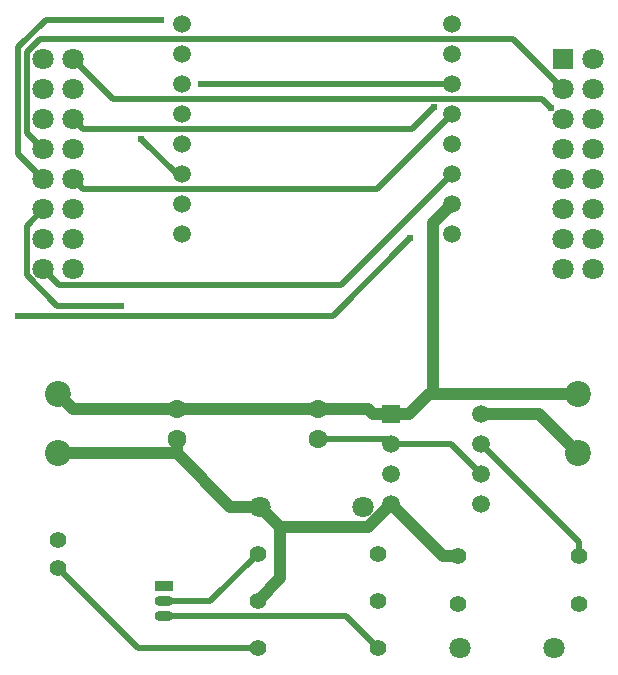
<source format=gbl>
G04 Layer: BottomLayer*
G04 EasyEDA v6.5.23, 2023-06-23 23:10:11*
G04 1e2d741d03b145c09d046448db4ed045,57889503967a4714bf52c07adae62c9a,10*
G04 Gerber Generator version 0.2*
G04 Scale: 100 percent, Rotated: No, Reflected: No *
G04 Dimensions in millimeters *
G04 leading zeros omitted , absolute positions ,4 integer and 5 decimal *
%FSLAX45Y45*%
%MOMM*%

%ADD10C,1.0000*%
%ADD11C,0.5000*%
%ADD12C,1.5080*%
%ADD13C,1.4000*%
%ADD14O,1.5999968X0.8999982*%
%ADD15R,1.6000X0.9000*%
%ADD16C,1.4000*%
%ADD17C,2.2000*%
%ADD18R,1.5000X1.5000*%
%ADD19C,1.5000*%
%ADD20R,1.8000X1.8000*%
%ADD21C,1.8000*%
%ADD22C,1.6000*%
%ADD23C,0.6100*%

%LPD*%
D10*
X4780993Y4280992D02*
G01*
X5273118Y4280992D01*
X5604106Y3950004D01*
D11*
X1326898Y6273037D02*
G01*
X1415138Y6184798D01*
X3901798Y6184798D01*
X4536899Y6819900D01*
X1072898Y5511037D02*
G01*
X1211607Y5372328D01*
X3597328Y5372328D01*
X4536899Y6311900D01*
D10*
X4018993Y4280992D02*
G01*
X3868905Y4280992D01*
X2204112Y4326991D02*
G01*
X1323012Y4326991D01*
X1200000Y4450003D01*
X3868905Y4280992D02*
G01*
X3822905Y4326991D01*
X3404110Y4326991D01*
X3404110Y4326991D02*
G01*
X2204112Y4326991D01*
X4018993Y4280992D02*
G01*
X4169082Y4280992D01*
X4377057Y4450003D02*
G01*
X4377057Y5898057D01*
X4536899Y6057900D01*
X5604106Y4450003D02*
G01*
X4377057Y4450003D01*
X4377057Y4450003D02*
G01*
X4338093Y4450003D01*
X4169082Y4280992D01*
X2204112Y3950004D02*
G01*
X1200000Y3950004D01*
X2909978Y3499993D02*
G01*
X2654124Y3499993D01*
X2204112Y3950004D01*
X2204112Y3950004D02*
G01*
X2204112Y4072991D01*
X4018993Y3518992D02*
G01*
X4460191Y3077794D01*
X4589985Y3077794D01*
X2889989Y2699994D02*
G01*
X3081886Y2891891D01*
X3081886Y3328085D01*
X4018993Y3518992D02*
G01*
X3828087Y3328085D01*
X3081886Y3328085D01*
X3081886Y3328085D02*
G01*
X2909978Y3499993D01*
D11*
X2889989Y2299995D02*
G01*
X1879856Y2299995D01*
X1200000Y2979851D01*
X3910002Y2299995D02*
G01*
X3637003Y2572994D01*
X2099998Y2572994D01*
X2889989Y3099993D02*
G01*
X2489989Y2699994D01*
X2099998Y2699994D01*
X4780993Y4026992D02*
G01*
X5609998Y3197987D01*
X5609998Y3077794D01*
X3404110Y4072991D02*
G01*
X3972994Y4072991D01*
X4018993Y4026992D01*
X4780993Y3772992D02*
G01*
X4526993Y4026992D01*
X4018993Y4026992D01*
X1072898Y6527037D02*
G01*
X933427Y6666509D01*
X933427Y7345121D01*
X1042824Y7454519D01*
X5053713Y7454519D01*
X5472940Y7035292D01*
X5375734Y6878497D02*
G01*
X5299788Y6954443D01*
X1661492Y6954443D01*
X1326898Y7289037D01*
X4385109Y6883577D02*
G01*
X4194431Y6692900D01*
X1415036Y6692900D01*
X1326898Y6781037D01*
X4182137Y5770295D02*
G01*
X3526538Y5114696D01*
X863450Y5114696D01*
X1734568Y5198770D02*
G01*
X1194666Y5198770D01*
X933046Y5460390D01*
X933046Y5879185D01*
X1072898Y6019037D01*
X2250899Y6311900D02*
G01*
X2205154Y6311900D01*
X1906221Y6610832D01*
X4536899Y7073900D02*
G01*
X2408989Y7073900D01*
X1072898Y6273037D02*
G01*
X860859Y6485077D01*
X860859Y7389139D01*
X1093624Y7621904D01*
X2073379Y7621904D01*
D12*
G01*
X4536897Y5803900D03*
G01*
X2250897Y5803900D03*
G01*
X4536897Y7581900D03*
G01*
X4536897Y7327900D03*
G01*
X4536897Y7073900D03*
G01*
X4536897Y6819900D03*
G01*
X4536897Y6565900D03*
G01*
X4536897Y6311900D03*
G01*
X4536897Y6057900D03*
G01*
X2250897Y7581900D03*
G01*
X2250897Y7327900D03*
G01*
X2250897Y7073900D03*
G01*
X2250897Y6819900D03*
G01*
X2250897Y6565900D03*
G01*
X2250897Y6311900D03*
G01*
X2250897Y6057900D03*
D13*
G01*
X1199997Y3220135D03*
G01*
X1199997Y2979851D03*
D14*
G01*
X2099995Y2572994D03*
G01*
X2099995Y2699994D03*
D15*
G01*
X2099995Y2826994D03*
D16*
G01*
X2889986Y2699994D03*
G01*
X3909999Y2699994D03*
G01*
X2889986Y2299995D03*
G01*
X3909999Y2299995D03*
G01*
X2889986Y3099993D03*
G01*
X3909999Y3099993D03*
G01*
X4589983Y3077794D03*
G01*
X5609996Y3077794D03*
G01*
X5609996Y2677795D03*
G01*
X4589983Y2677795D03*
D17*
G01*
X5604093Y4449991D03*
G01*
X5604093Y3949992D03*
G01*
X1199997Y3949992D03*
G01*
X1199997Y4449991D03*
D18*
G01*
X4018991Y4280992D03*
D19*
G01*
X4018991Y4026992D03*
G01*
X4018991Y3772992D03*
G01*
X4018991Y3518992D03*
G01*
X4780991Y4280992D03*
G01*
X4780991Y4026992D03*
G01*
X4780991Y3772992D03*
G01*
X4780991Y3518992D03*
D20*
G01*
X5472938Y7289292D03*
D21*
G01*
X5726938Y7289292D03*
G01*
X5472938Y7035292D03*
G01*
X5726938Y7035292D03*
G01*
X5472938Y6781292D03*
G01*
X5726938Y6781292D03*
G01*
X5472938Y6527292D03*
G01*
X5726938Y6527292D03*
G01*
X5472938Y6273292D03*
G01*
X5726938Y6273292D03*
G01*
X5472938Y6019292D03*
G01*
X5726938Y6019292D03*
G01*
X5472938Y5765292D03*
G01*
X5726938Y5765292D03*
G01*
X5472938Y5511292D03*
G01*
X5726938Y5511292D03*
G01*
X1326895Y5511037D03*
G01*
X1072895Y5511037D03*
G01*
X1326895Y5765037D03*
G01*
X1072895Y5765037D03*
G01*
X1326895Y6019037D03*
G01*
X1072895Y6019037D03*
G01*
X1326895Y6273037D03*
G01*
X1072895Y6273037D03*
G01*
X1326895Y6527037D03*
G01*
X1072895Y6527037D03*
G01*
X1326895Y6781037D03*
G01*
X1072895Y6781037D03*
G01*
X1326895Y7035037D03*
G01*
X1072895Y7035037D03*
G01*
X1326895Y7289037D03*
G01*
X1072895Y7289037D03*
D22*
G01*
X2204100Y4072991D03*
G01*
X2204100Y4326991D03*
G01*
X3404097Y4072991D03*
G01*
X3404097Y4326991D03*
D21*
G01*
X5399989Y2299995D03*
G01*
X4599990Y2299995D03*
G01*
X2909976Y3499993D03*
G01*
X3779977Y3499993D03*
D23*
G01*
X2408989Y7073900D03*
G01*
X2073379Y7621904D03*
G01*
X1906221Y6610832D03*
G01*
X1734568Y5198770D03*
G01*
X4182137Y5770295D03*
G01*
X863450Y5114696D03*
G01*
X4385109Y6883577D03*
G01*
X5375734Y6878497D03*
M02*

</source>
